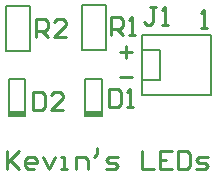
<source format=gto>
G04*
G04 #@! TF.GenerationSoftware,Altium Limited,Altium Designer,24.0.1 (36)*
G04*
G04 Layer_Color=65535*
%FSLAX44Y44*%
%MOMM*%
G71*
G04*
G04 #@! TF.SameCoordinates,DD3A43BD-7995-492C-8043-5AFFBE794F34*
G04*
G04*
G04 #@! TF.FilePolarity,Positive*
G04*
G01*
G75*
%ADD10C,0.2000*%
%ADD11C,0.2540*%
%ADD12R,1.4000X0.4000*%
D10*
X83000Y60000D02*
Y91000D01*
Y60000D02*
X97000D01*
X83000Y91000D02*
X97000D01*
Y60000D02*
Y91000D01*
X80000Y153500D02*
X100000D01*
Y115500D02*
Y153500D01*
X80000Y115500D02*
Y153500D01*
Y115500D02*
X100000D01*
X16000Y153000D02*
X36000D01*
Y115000D02*
Y153000D01*
X16000Y115000D02*
Y153000D01*
Y115000D02*
X36000D01*
X32000Y60000D02*
Y91000D01*
X18000D02*
X32000D01*
X18000Y60000D02*
X32000D01*
X18000D02*
Y91000D01*
X189210Y77300D02*
Y128100D01*
X130790Y77300D02*
X189210D01*
X130790Y128100D02*
X189210D01*
X130790Y90000D02*
X146030D01*
Y115400D01*
X130790D02*
X146030D01*
X130790Y77300D02*
Y128100D01*
D11*
X102843Y82618D02*
Y67382D01*
X110461D01*
X113000Y69922D01*
Y80078D01*
X110461Y82618D01*
X102843D01*
X118078Y67382D02*
X123157D01*
X120618D01*
Y82618D01*
X118078Y80078D01*
X104843Y128383D02*
Y143617D01*
X112461D01*
X115000Y141078D01*
Y136000D01*
X112461Y133461D01*
X104843D01*
X109922D02*
X115000Y128383D01*
X120078D02*
X125157D01*
X122618D01*
Y143617D01*
X120078Y141078D01*
X41304Y126383D02*
Y141617D01*
X48922D01*
X51461Y139078D01*
Y134000D01*
X48922Y131461D01*
X41304D01*
X46382D02*
X51461Y126383D01*
X66696D02*
X56539D01*
X66696Y136539D01*
Y139078D01*
X64157Y141617D01*
X59078D01*
X56539Y139078D01*
X16540Y29775D02*
Y14540D01*
Y19618D01*
X26697Y29775D01*
X19079Y22157D01*
X26697Y14540D01*
X39393D02*
X34314D01*
X31775Y17079D01*
Y22157D01*
X34314Y24697D01*
X39393D01*
X41932Y22157D01*
Y19618D01*
X31775D01*
X47010Y24697D02*
X52088Y14540D01*
X57167Y24697D01*
X62245Y14540D02*
X67324D01*
X64784D01*
Y24697D01*
X62245D01*
X74941Y14540D02*
Y24697D01*
X82559D01*
X85098Y22157D01*
Y14540D01*
X92715Y32314D02*
Y27236D01*
X90176Y24697D01*
X100333Y14540D02*
X107950D01*
X110490Y17079D01*
X107950Y19618D01*
X102872D01*
X100333Y22157D01*
X102872Y24697D01*
X110490D01*
X130803Y29775D02*
Y14540D01*
X140960D01*
X156195Y29775D02*
X146038D01*
Y14540D01*
X156195D01*
X146038Y22157D02*
X151117D01*
X161273Y29775D02*
Y14540D01*
X168891D01*
X171430Y17079D01*
Y27236D01*
X168891Y29775D01*
X161273D01*
X176508Y14540D02*
X184126D01*
X186665Y17079D01*
X184126Y19618D01*
X179047D01*
X176508Y22157D01*
X179047Y24697D01*
X186665D01*
X112540Y92540D02*
X122697D01*
X112540Y113618D02*
X122697D01*
X117618Y118697D02*
Y108540D01*
X38304Y79618D02*
Y64383D01*
X45922D01*
X48461Y66922D01*
Y77078D01*
X45922Y79618D01*
X38304D01*
X63696Y64383D02*
X53539D01*
X63696Y74539D01*
Y77078D01*
X61157Y79618D01*
X56078D01*
X53539Y77078D01*
X142387Y152039D02*
X137308D01*
X139847D01*
Y139343D01*
X137308Y136804D01*
X134769D01*
X132230Y139343D01*
X147465Y136804D02*
X152543D01*
X150004D01*
Y152039D01*
X147465Y149500D01*
X180540Y134540D02*
X185618D01*
X183079D01*
Y149775D01*
X180540Y147236D01*
D12*
X90000Y62000D02*
D03*
X24999D02*
D03*
M02*

</source>
